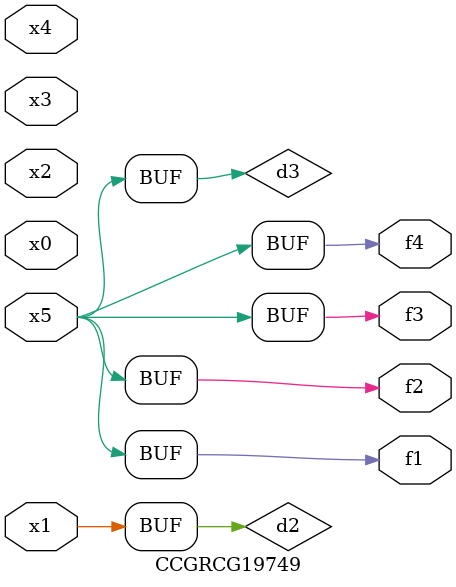
<source format=v>
module CCGRCG19749(
	input x0, x1, x2, x3, x4, x5,
	output f1, f2, f3, f4
);

	wire d1, d2, d3;

	not (d1, x5);
	or (d2, x1);
	xnor (d3, d1);
	assign f1 = d3;
	assign f2 = d3;
	assign f3 = d3;
	assign f4 = d3;
endmodule

</source>
